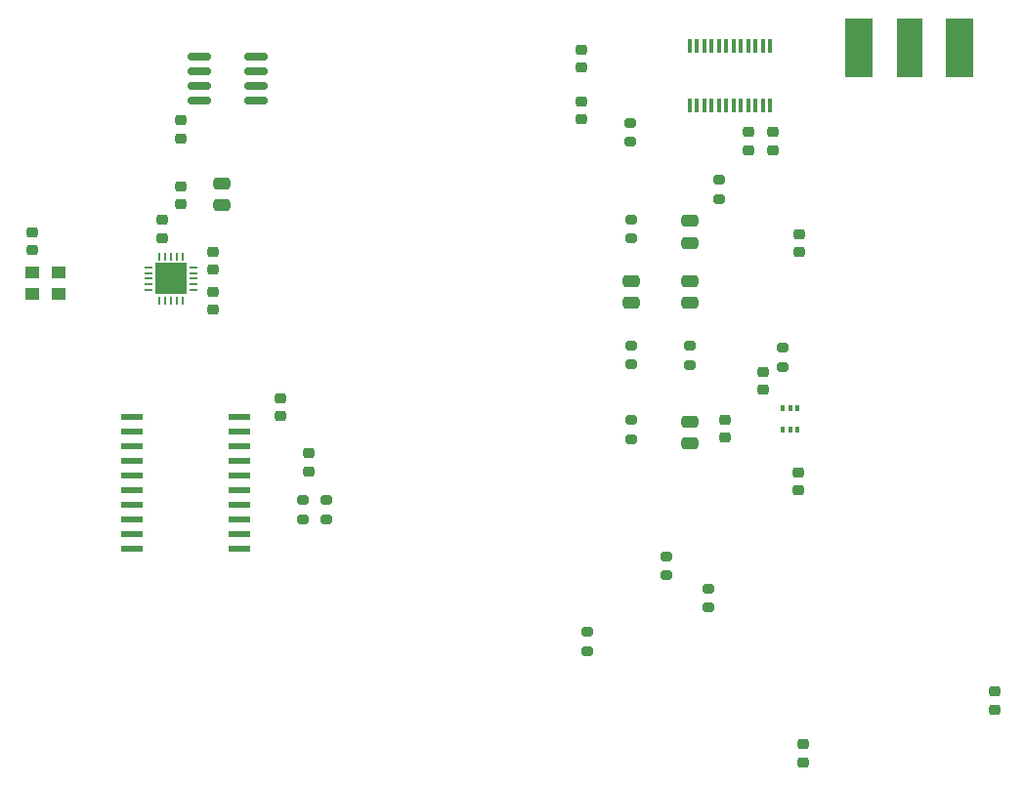
<source format=gtp>
G04 #@! TF.GenerationSoftware,KiCad,Pcbnew,9.0.5*
G04 #@! TF.CreationDate,2026-01-31T11:44:17-08:00*
G04 #@! TF.ProjectId,PocketFT8Xcvr,506f636b-6574-4465-9438-586376722e6b,rev?*
G04 #@! TF.SameCoordinates,Original*
G04 #@! TF.FileFunction,Paste,Top*
G04 #@! TF.FilePolarity,Positive*
%FSLAX46Y46*%
G04 Gerber Fmt 4.6, Leading zero omitted, Abs format (unit mm)*
G04 Created by KiCad (PCBNEW 9.0.5) date 2026-01-31 11:44:17*
%MOMM*%
%LPD*%
G01*
G04 APERTURE LIST*
G04 Aperture macros list*
%AMRoundRect*
0 Rectangle with rounded corners*
0 $1 Rounding radius*
0 $2 $3 $4 $5 $6 $7 $8 $9 X,Y pos of 4 corners*
0 Add a 4 corners polygon primitive as box body*
4,1,4,$2,$3,$4,$5,$6,$7,$8,$9,$2,$3,0*
0 Add four circle primitives for the rounded corners*
1,1,$1+$1,$2,$3*
1,1,$1+$1,$4,$5*
1,1,$1+$1,$6,$7*
1,1,$1+$1,$8,$9*
0 Add four rect primitives between the rounded corners*
20,1,$1+$1,$2,$3,$4,$5,0*
20,1,$1+$1,$4,$5,$6,$7,0*
20,1,$1+$1,$6,$7,$8,$9,0*
20,1,$1+$1,$8,$9,$2,$3,0*%
G04 Aperture macros list end*
%ADD10C,0.000000*%
%ADD11RoundRect,0.200000X-0.275000X0.200000X-0.275000X-0.200000X0.275000X-0.200000X0.275000X0.200000X0*%
%ADD12R,1.300000X1.100000*%
%ADD13RoundRect,0.250000X-0.475000X0.250000X-0.475000X-0.250000X0.475000X-0.250000X0.475000X0.250000X0*%
%ADD14R,2.286000X5.080000*%
%ADD15R,2.413000X5.080000*%
%ADD16RoundRect,0.225000X0.250000X-0.225000X0.250000X0.225000X-0.250000X0.225000X-0.250000X-0.225000X0*%
%ADD17RoundRect,0.200000X0.275000X-0.200000X0.275000X0.200000X-0.275000X0.200000X-0.275000X-0.200000X0*%
%ADD18RoundRect,0.225000X-0.250000X0.225000X-0.250000X-0.225000X0.250000X-0.225000X0.250000X0.225000X0*%
%ADD19R,0.420000X0.600000*%
%ADD20RoundRect,0.150000X-0.825000X-0.150000X0.825000X-0.150000X0.825000X0.150000X-0.825000X0.150000X0*%
%ADD21R,0.762000X0.254000*%
%ADD22R,0.254000X0.762000*%
%ADD23R,2.743200X2.743200*%
%ADD24R,0.400000X1.200000*%
%ADD25R,1.981200X0.558800*%
G04 APERTURE END LIST*
D10*
G36*
X123854828Y-73382300D02*
G01*
X122683228Y-73382300D01*
X122683228Y-72210700D01*
X123854828Y-72210700D01*
X123854828Y-73382300D01*
G37*
G36*
X123854828Y-74753900D02*
G01*
X122683228Y-74753900D01*
X122683228Y-73582300D01*
X123854828Y-73582300D01*
X123854828Y-74753900D01*
G37*
G36*
X125226428Y-73382300D02*
G01*
X124054828Y-73382300D01*
X124054828Y-72210700D01*
X125226428Y-72210700D01*
X125226428Y-73382300D01*
G37*
G36*
X125226428Y-74753900D02*
G01*
X124054828Y-74753900D01*
X124054828Y-73582300D01*
X125226428Y-73582300D01*
X125226428Y-74753900D01*
G37*
D11*
X171480000Y-64910000D03*
X171480000Y-66560000D03*
D12*
X111900000Y-74800000D03*
X114200000Y-74800000D03*
X114200000Y-72900000D03*
X111900000Y-72900000D03*
D13*
X168910000Y-73660000D03*
X168910000Y-75560000D03*
D14*
X187918500Y-53460000D03*
D15*
X183537000Y-53460000D03*
X192300000Y-53460000D03*
D11*
X166878000Y-97536000D03*
X166878000Y-99186000D03*
D13*
X168910000Y-85852000D03*
X168910000Y-87752000D03*
D16*
X173980000Y-62330000D03*
X173980000Y-60780000D03*
D17*
X137390000Y-94330000D03*
X137390000Y-92680000D03*
D13*
X163830000Y-73660000D03*
X163830000Y-75560000D03*
D18*
X124820000Y-59760000D03*
X124820000Y-61310000D03*
D19*
X176950000Y-86570000D03*
X177600000Y-86570000D03*
X178250000Y-86570000D03*
X178250000Y-84670000D03*
X177600000Y-84670000D03*
X176950000Y-84670000D03*
D20*
X126400000Y-54230000D03*
X126400000Y-55500000D03*
X126400000Y-56770000D03*
X126400000Y-58040000D03*
X131350000Y-58040000D03*
X131350000Y-56770000D03*
X131350000Y-55500000D03*
X131350000Y-54230000D03*
D16*
X127600000Y-72700000D03*
X127600000Y-71150000D03*
D13*
X128340000Y-65210000D03*
X128340000Y-67110000D03*
D16*
X195320000Y-110845000D03*
X195320000Y-109295000D03*
D18*
X178270000Y-90270000D03*
X178270000Y-91820000D03*
D11*
X176920000Y-79490000D03*
X176920000Y-81140000D03*
D16*
X171990000Y-87290000D03*
X171990000Y-85740000D03*
D17*
X163760000Y-61610000D03*
X163760000Y-59960000D03*
D18*
X133440000Y-83860000D03*
X133440000Y-85410000D03*
X123200000Y-68400000D03*
X123200000Y-69950000D03*
D11*
X160000000Y-104125000D03*
X160000000Y-105775000D03*
D21*
X122037128Y-72487128D03*
X122037128Y-72984714D03*
X122037128Y-73482300D03*
X122037128Y-73979886D03*
X122037128Y-74477472D03*
D22*
X122959656Y-75400000D03*
X123457242Y-75400000D03*
X123954828Y-75400000D03*
X124452414Y-75400000D03*
X124950000Y-75400000D03*
D21*
X125872528Y-74477472D03*
X125872528Y-73979886D03*
X125872528Y-73482300D03*
X125872528Y-72984714D03*
X125872528Y-72487128D03*
D22*
X124950000Y-71564600D03*
X124452414Y-71564600D03*
X123954828Y-71564600D03*
X123457242Y-71564600D03*
X122959656Y-71564600D03*
D23*
X123954828Y-73482300D03*
D17*
X170510000Y-101980000D03*
X170510000Y-100330000D03*
X163830000Y-80898000D03*
X163830000Y-79248000D03*
D16*
X135890000Y-90170000D03*
X135890000Y-88620000D03*
X176100000Y-62330000D03*
X176100000Y-60780000D03*
D13*
X168950000Y-68475000D03*
X168950000Y-70375000D03*
D16*
X159550000Y-59660000D03*
X159550000Y-58110000D03*
D18*
X175290000Y-81560000D03*
X175290000Y-83110000D03*
D16*
X159550000Y-55190000D03*
X159550000Y-53640000D03*
D17*
X135410000Y-94350000D03*
X135410000Y-92700000D03*
X163830000Y-87375000D03*
X163830000Y-85725000D03*
D24*
X175895000Y-53280000D03*
X175260000Y-53280000D03*
X174625000Y-53280000D03*
X173990000Y-53280000D03*
X173355000Y-53280000D03*
X172720000Y-53280000D03*
X172085000Y-53280000D03*
X171450000Y-53280000D03*
X170815000Y-53280000D03*
X170180000Y-53280000D03*
X169545000Y-53280000D03*
X168910000Y-53280000D03*
X168910000Y-58480000D03*
X169545000Y-58480000D03*
X170180000Y-58480000D03*
X170815000Y-58480000D03*
X171450000Y-58480000D03*
X172085000Y-58480000D03*
X172720000Y-58480000D03*
X173355000Y-58480000D03*
X173990000Y-58480000D03*
X174625000Y-58480000D03*
X175260000Y-58480000D03*
X175895000Y-58480000D03*
D11*
X168910000Y-79320000D03*
X168910000Y-80970000D03*
D16*
X127600000Y-76150000D03*
X127600000Y-74600000D03*
D18*
X111920000Y-69440000D03*
X111920000Y-70990000D03*
D11*
X163830000Y-68326000D03*
X163830000Y-69976000D03*
D18*
X124800000Y-65475000D03*
X124800000Y-67025000D03*
D25*
X120527400Y-85430000D03*
X120527400Y-86700000D03*
X120527400Y-87970000D03*
X120527400Y-89240000D03*
X120527400Y-90510000D03*
X120527400Y-91780000D03*
X120527400Y-93050000D03*
X120527400Y-94320000D03*
X120527400Y-95590000D03*
X120527400Y-96860000D03*
X129900000Y-96860000D03*
X129900000Y-95590000D03*
X129900000Y-94320000D03*
X129900000Y-93050000D03*
X129900000Y-91780000D03*
X129900000Y-90510000D03*
X129900000Y-89240000D03*
X129900000Y-87970000D03*
X129900000Y-86700000D03*
X129900000Y-85430000D03*
D16*
X178700000Y-115400000D03*
X178700000Y-113850000D03*
X178400000Y-71180000D03*
X178400000Y-69630000D03*
M02*

</source>
